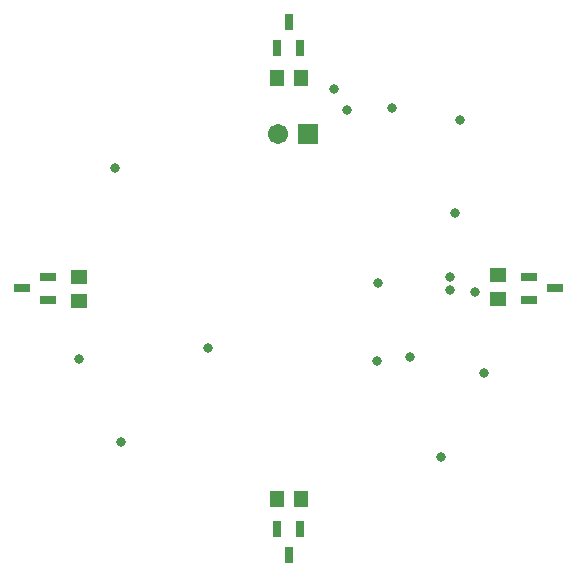
<source format=gts>
G04 Layer_Color=8388736*
%FSLAX25Y25*%
%MOIN*%
G70*
G01*
G75*
%ADD25R,0.05800X0.04800*%
%ADD26R,0.05328X0.03162*%
%ADD27R,0.03162X0.05328*%
%ADD28R,0.04800X0.05800*%
%ADD29C,0.06706*%
%ADD30R,0.06706X0.06706*%
%ADD31C,0.03300*%
D25*
X-69900Y-4100D02*
D03*
Y3900D02*
D03*
X69900Y4500D02*
D03*
Y-3500D02*
D03*
D26*
X80071Y3759D02*
D03*
Y-3721D02*
D03*
X88929Y19D02*
D03*
X-80071Y-3721D02*
D03*
Y3759D02*
D03*
X-88929Y19D02*
D03*
D27*
X3740Y-80071D02*
D03*
X-3740D02*
D03*
X-0Y-88929D02*
D03*
X-3740Y80071D02*
D03*
X3740D02*
D03*
X-0Y88929D02*
D03*
D28*
X4200Y-70200D02*
D03*
X-3800D02*
D03*
X-3900Y70300D02*
D03*
X4100D02*
D03*
D29*
X-3600Y51600D02*
D03*
D30*
X6400D02*
D03*
D31*
X29500Y-24100D02*
D03*
X34500Y60000D02*
D03*
X29900Y1900D02*
D03*
X19500Y59600D02*
D03*
X53900Y3800D02*
D03*
Y-400D02*
D03*
X-70000Y-23500D02*
D03*
X62300Y-1200D02*
D03*
X55500Y25100D02*
D03*
X65000Y-28300D02*
D03*
X50800Y-56200D02*
D03*
X-27000Y-19800D02*
D03*
X-55800Y-51300D02*
D03*
X-57700Y40000D02*
D03*
X15300Y66400D02*
D03*
X57300Y56100D02*
D03*
X40500Y-22800D02*
D03*
M02*

</source>
